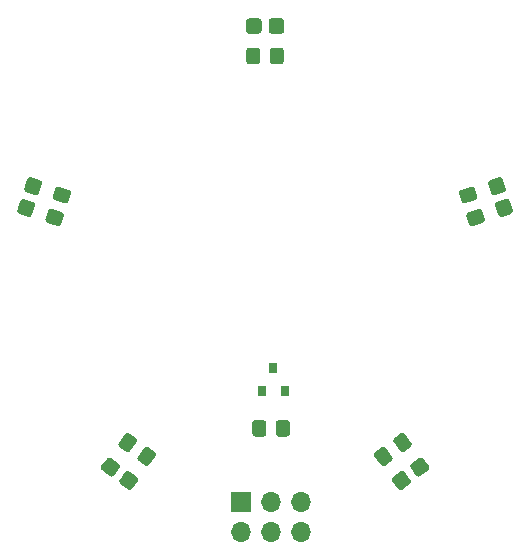
<source format=gbr>
%TF.GenerationSoftware,KiCad,Pcbnew,5.1.10-88a1d61d58~90~ubuntu20.04.1*%
%TF.CreationDate,2021-10-01T06:26:35-07:00*%
%TF.ProjectId,Moon_Addon,4d6f6f6e-5f41-4646-946f-6e2e6b696361,rev?*%
%TF.SameCoordinates,Original*%
%TF.FileFunction,Soldermask,Bot*%
%TF.FilePolarity,Negative*%
%FSLAX45Y45*%
G04 Gerber Fmt 4.5, Leading zero omitted, Abs format (unit mm)*
G04 Created by KiCad (PCBNEW 5.1.10-88a1d61d58~90~ubuntu20.04.1) date 2021-10-01 06:26:35*
%MOMM*%
%LPD*%
G01*
G04 APERTURE LIST*
%ADD10R,0.800000X0.900000*%
%ADD11O,1.700000X1.700000*%
%ADD12R,1.700000X1.700000*%
G04 APERTURE END LIST*
%TO.C,R7*%
G36*
G01*
X11775807Y-9392997D02*
X11690212Y-9420809D01*
G75*
G02*
X11658710Y-9404758I-7725J23776D01*
G01*
X11637079Y-9338184D01*
G75*
G02*
X11653130Y-9306682I23776J7725D01*
G01*
X11738725Y-9278870D01*
G75*
G02*
X11770227Y-9294921I7725J-23776D01*
G01*
X11791858Y-9361496D01*
G75*
G02*
X11775807Y-9392997I-23776J-7725D01*
G01*
G37*
G36*
G01*
X11837611Y-9583209D02*
X11752016Y-9611020D01*
G75*
G02*
X11720514Y-9594969I-7725J23776D01*
G01*
X11698883Y-9528395D01*
G75*
G02*
X11714933Y-9496893I23776J7725D01*
G01*
X11800529Y-9469082D01*
G75*
G02*
X11832030Y-9485133I7725J-23776D01*
G01*
X11853662Y-9551707D01*
G75*
G02*
X11837611Y-9583209I-23776J-7725D01*
G01*
G37*
%TD*%
%TO.C,R8*%
G36*
G01*
X11135218Y-11516699D02*
X11082317Y-11443887D01*
G75*
G02*
X11087848Y-11408968I20225J14695D01*
G01*
X11144479Y-11367822D01*
G75*
G02*
X11179399Y-11373353I14695J-20225D01*
G01*
X11232300Y-11446165D01*
G75*
G02*
X11226769Y-11481085I-20225J-14695D01*
G01*
X11170138Y-11522230D01*
G75*
G02*
X11135218Y-11516699I-14695J20225D01*
G01*
G37*
G36*
G01*
X10973414Y-11634256D02*
X10920513Y-11561444D01*
G75*
G02*
X10926044Y-11526525I20225J14695D01*
G01*
X10982676Y-11485379D01*
G75*
G02*
X11017595Y-11490910I14695J-20225D01*
G01*
X11070496Y-11563722D01*
G75*
G02*
X11064966Y-11598642I-20225J-14695D01*
G01*
X11008334Y-11639787D01*
G75*
G02*
X10973414Y-11634256I-14695J20225D01*
G01*
G37*
%TD*%
%TO.C,R9*%
G36*
G01*
X8917504Y-11563722D02*
X8970405Y-11490910D01*
G75*
G02*
X9005325Y-11485379I20225J-14695D01*
G01*
X9061956Y-11526525D01*
G75*
G02*
X9067487Y-11561444I-14695J-20225D01*
G01*
X9014586Y-11634256D01*
G75*
G02*
X8979666Y-11639787I-20225J14695D01*
G01*
X8923035Y-11598642D01*
G75*
G02*
X8917504Y-11563722I14695J20225D01*
G01*
G37*
G36*
G01*
X8755700Y-11446165D02*
X8808601Y-11373353D01*
G75*
G02*
X8843521Y-11367822I20225J-14695D01*
G01*
X8900153Y-11408968D01*
G75*
G02*
X8905683Y-11443887I-14695J-20225D01*
G01*
X8852782Y-11516699D01*
G75*
G02*
X8817863Y-11522230I-20225J14695D01*
G01*
X8761231Y-11481085D01*
G75*
G02*
X8755700Y-11446165I14695J20225D01*
G01*
G37*
%TD*%
%TO.C,R10*%
G36*
G01*
X8187471Y-9469082D02*
X8273066Y-9496893D01*
G75*
G02*
X8289117Y-9528395I-7725J-23776D01*
G01*
X8267486Y-9594969D01*
G75*
G02*
X8235984Y-9611020I-23776J7725D01*
G01*
X8150389Y-9583209D01*
G75*
G02*
X8134338Y-9551707I7725J23776D01*
G01*
X8155969Y-9485133D01*
G75*
G02*
X8187471Y-9469082I23776J-7725D01*
G01*
G37*
G36*
G01*
X8249275Y-9278870D02*
X8334870Y-9306682D01*
G75*
G02*
X8350921Y-9338184I-7725J-23776D01*
G01*
X8329289Y-9404758D01*
G75*
G02*
X8297788Y-9420809I-23776J7725D01*
G01*
X8212192Y-9392997D01*
G75*
G02*
X8196142Y-9361496I7725J23776D01*
G01*
X8217773Y-9294921D01*
G75*
G02*
X8249275Y-9278870I23776J-7725D01*
G01*
G37*
%TD*%
%TO.C,R12*%
G36*
G01*
X10005000Y-11280000D02*
X10005000Y-11370000D01*
G75*
G02*
X9980000Y-11395000I-25000J0D01*
G01*
X9910000Y-11395000D01*
G75*
G02*
X9885000Y-11370000I0J25000D01*
G01*
X9885000Y-11280000D01*
G75*
G02*
X9910000Y-11255000I25000J0D01*
G01*
X9980000Y-11255000D01*
G75*
G02*
X10005000Y-11280000I0J-25000D01*
G01*
G37*
G36*
G01*
X10205000Y-11280000D02*
X10205000Y-11370000D01*
G75*
G02*
X10180000Y-11395000I-25000J0D01*
G01*
X10110000Y-11395000D01*
G75*
G02*
X10085000Y-11370000I0J25000D01*
G01*
X10085000Y-11280000D01*
G75*
G02*
X10110000Y-11255000I25000J0D01*
G01*
X10180000Y-11255000D01*
G75*
G02*
X10205000Y-11280000I0J-25000D01*
G01*
G37*
%TD*%
%TO.C,R6*%
G36*
G01*
X9954000Y-8127500D02*
X9954000Y-8217500D01*
G75*
G02*
X9929000Y-8242500I-25000J0D01*
G01*
X9859000Y-8242500D01*
G75*
G02*
X9834000Y-8217500I0J25000D01*
G01*
X9834000Y-8127500D01*
G75*
G02*
X9859000Y-8102500I25000J0D01*
G01*
X9929000Y-8102500D01*
G75*
G02*
X9954000Y-8127500I0J-25000D01*
G01*
G37*
G36*
G01*
X10154000Y-8127500D02*
X10154000Y-8217500D01*
G75*
G02*
X10129000Y-8242500I-25000J0D01*
G01*
X10059000Y-8242500D01*
G75*
G02*
X10034000Y-8217500I0J25000D01*
G01*
X10034000Y-8127500D01*
G75*
G02*
X10059000Y-8102500I25000J0D01*
G01*
X10129000Y-8102500D01*
G75*
G02*
X10154000Y-8127500I0J-25000D01*
G01*
G37*
%TD*%
D10*
%TO.C,Q2*%
X10065000Y-10810000D03*
X9970000Y-11010000D03*
X10160000Y-11010000D03*
%TD*%
%TO.C,D10*%
G36*
G01*
X7953748Y-9382626D02*
X8029833Y-9407347D01*
G75*
G02*
X8045884Y-9438849I-7725J-23776D01*
G01*
X8020390Y-9517311D01*
G75*
G02*
X7988888Y-9533362I-23776J7725D01*
G01*
X7912804Y-9508641D01*
G75*
G02*
X7896753Y-9477139I7725J23776D01*
G01*
X7922246Y-9398677D01*
G75*
G02*
X7953748Y-9382626I23776J-7725D01*
G01*
G37*
G36*
G01*
X8013234Y-9199548D02*
X8089319Y-9224269D01*
G75*
G02*
X8105370Y-9255771I-7725J-23776D01*
G01*
X8079876Y-9334233D01*
G75*
G02*
X8048374Y-9350284I-23776J7725D01*
G01*
X7972289Y-9325563D01*
G75*
G02*
X7956238Y-9294061I7725J23776D01*
G01*
X7981732Y-9215599D01*
G75*
G02*
X8013234Y-9199548I23776J-7725D01*
G01*
G37*
%TD*%
%TO.C,D9*%
G36*
G01*
X8763055Y-11759289D02*
X8810078Y-11694568D01*
G75*
G02*
X8844998Y-11689037I20225J-14695D01*
G01*
X8911742Y-11737529D01*
G75*
G02*
X8917273Y-11772449I-14695J-20225D01*
G01*
X8870250Y-11837171D01*
G75*
G02*
X8835330Y-11842702I-20225J14695D01*
G01*
X8768586Y-11794209D01*
G75*
G02*
X8763055Y-11759289I14695J20225D01*
G01*
G37*
G36*
G01*
X8607319Y-11646141D02*
X8654342Y-11581419D01*
G75*
G02*
X8689262Y-11575889I20225J-14695D01*
G01*
X8756006Y-11624381D01*
G75*
G02*
X8761537Y-11659301I-14695J-20225D01*
G01*
X8714514Y-11724022D01*
G75*
G02*
X8679594Y-11729553I-20225J14695D01*
G01*
X8612850Y-11681061D01*
G75*
G02*
X8607319Y-11646141I14695J20225D01*
G01*
G37*
%TD*%
%TO.C,D8*%
G36*
G01*
X11273486Y-11724022D02*
X11226463Y-11659301D01*
G75*
G02*
X11231994Y-11624381I20225J14695D01*
G01*
X11298738Y-11575889D01*
G75*
G02*
X11333658Y-11581419I14695J-20225D01*
G01*
X11380681Y-11646141D01*
G75*
G02*
X11375150Y-11681061I-20225J-14695D01*
G01*
X11308406Y-11729553D01*
G75*
G02*
X11273486Y-11724022I-14695J20225D01*
G01*
G37*
G36*
G01*
X11117750Y-11837171D02*
X11070727Y-11772449D01*
G75*
G02*
X11076258Y-11737529I20225J14695D01*
G01*
X11143002Y-11689037D01*
G75*
G02*
X11177922Y-11694568I14695J-20225D01*
G01*
X11224945Y-11759289D01*
G75*
G02*
X11219414Y-11794209I-20225J-14695D01*
G01*
X11152670Y-11842702D01*
G75*
G02*
X11117750Y-11837171I-14695J20225D01*
G01*
G37*
%TD*%
%TO.C,D7*%
G36*
G01*
X12015711Y-9325563D02*
X11939626Y-9350284D01*
G75*
G02*
X11908124Y-9334233I-7725J23776D01*
G01*
X11882630Y-9255771D01*
G75*
G02*
X11898681Y-9224269I23776J7725D01*
G01*
X11974766Y-9199548D01*
G75*
G02*
X12006268Y-9215599I7725J-23776D01*
G01*
X12031762Y-9294061D01*
G75*
G02*
X12015711Y-9325563I-23776J-7725D01*
G01*
G37*
G36*
G01*
X12075196Y-9508641D02*
X11999112Y-9533362D01*
G75*
G02*
X11967610Y-9517311I-7725J23776D01*
G01*
X11942116Y-9438849D01*
G75*
G02*
X11958167Y-9407347I23776J7725D01*
G01*
X12034252Y-9382626D01*
G75*
G02*
X12065753Y-9398677I7725J-23776D01*
G01*
X12091247Y-9477139D01*
G75*
G02*
X12075196Y-9508641I-23776J-7725D01*
G01*
G37*
%TD*%
%TO.C,D6*%
G36*
G01*
X9964000Y-7878500D02*
X9964000Y-7958500D01*
G75*
G02*
X9939000Y-7983500I-25000J0D01*
G01*
X9856500Y-7983500D01*
G75*
G02*
X9831500Y-7958500I0J25000D01*
G01*
X9831500Y-7878500D01*
G75*
G02*
X9856500Y-7853500I25000J0D01*
G01*
X9939000Y-7853500D01*
G75*
G02*
X9964000Y-7878500I0J-25000D01*
G01*
G37*
G36*
G01*
X10156500Y-7878500D02*
X10156500Y-7958500D01*
G75*
G02*
X10131500Y-7983500I-25000J0D01*
G01*
X10049000Y-7983500D01*
G75*
G02*
X10024000Y-7958500I0J25000D01*
G01*
X10024000Y-7878500D01*
G75*
G02*
X10049000Y-7853500I25000J0D01*
G01*
X10131500Y-7853500D01*
G75*
G02*
X10156500Y-7878500I0J-25000D01*
G01*
G37*
%TD*%
D11*
%TO.C,J1*%
X10300000Y-12200000D03*
X10300000Y-11946000D03*
X10046000Y-12200000D03*
X10046000Y-11946000D03*
X9792000Y-12200000D03*
D12*
X9792000Y-11946000D03*
%TD*%
M02*

</source>
